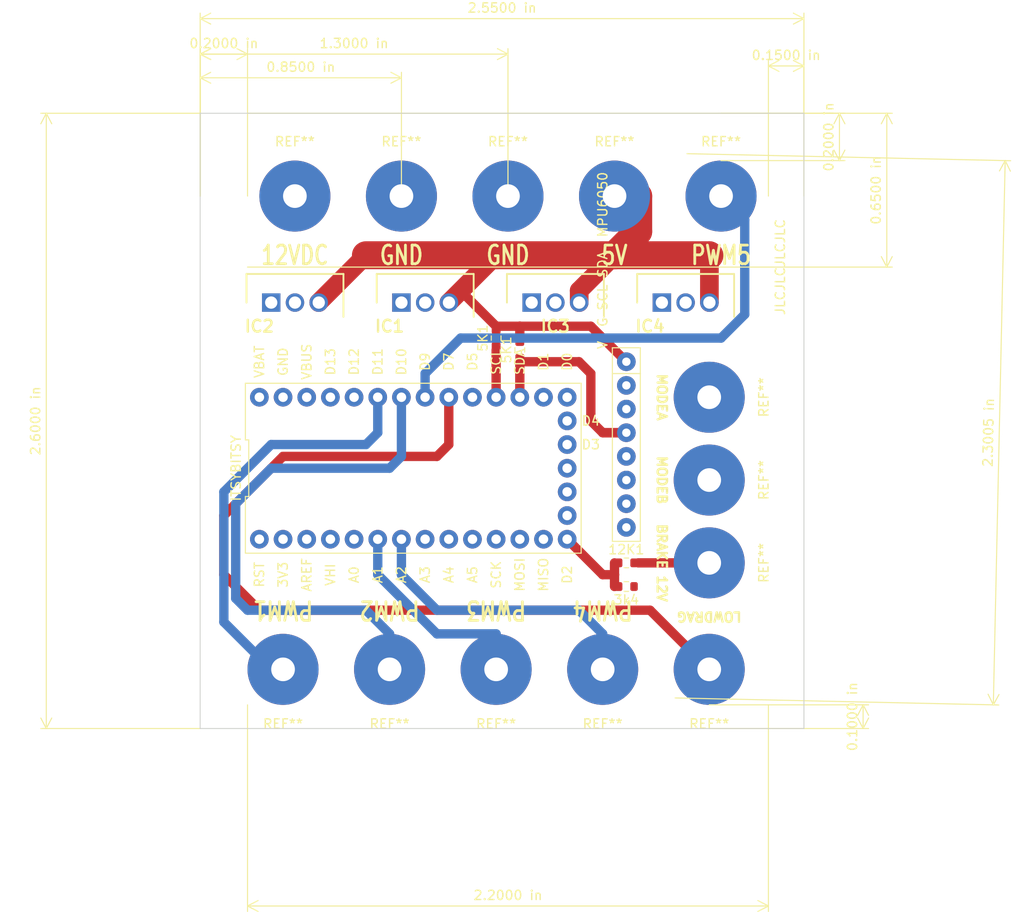
<source format=kicad_pcb>
(kicad_pcb (version 20171130) (host pcbnew "(5.1.10)-1")

  (general
    (thickness 1.6)
    (drawings 29)
    (tracks 150)
    (zones 0)
    (modules 23)
    (nets 13)
  )

  (page A4)
  (layers
    (0 F.Cu signal)
    (1 In1.Cu signal)
    (2 In2.Cu signal)
    (31 B.Cu signal)
    (32 B.Adhes user)
    (33 F.Adhes user)
    (34 B.Paste user)
    (35 F.Paste user)
    (36 B.SilkS user)
    (37 F.SilkS user)
    (38 B.Mask user)
    (39 F.Mask user)
    (40 Dwgs.User user)
    (41 Cmts.User user)
    (42 Eco1.User user)
    (43 Eco2.User user)
    (44 Edge.Cuts user)
    (45 Margin user)
    (46 B.CrtYd user)
    (47 F.CrtYd user)
    (48 B.Fab user)
    (49 F.Fab user)
  )

  (setup
    (last_trace_width 2)
    (user_trace_width 1)
    (user_trace_width 2)
    (user_trace_width 3)
    (user_trace_width 4)
    (trace_clearance 0.2)
    (zone_clearance 0.508)
    (zone_45_only no)
    (trace_min 1)
    (via_size 0.8)
    (via_drill 0.4)
    (via_min_size 0.4)
    (via_min_drill 0.3)
    (uvia_size 0.3)
    (uvia_drill 0.1)
    (uvias_allowed no)
    (uvia_min_size 0.2)
    (uvia_min_drill 0.1)
    (edge_width 0.05)
    (segment_width 0.2)
    (pcb_text_width 0.3)
    (pcb_text_size 1.5 1.5)
    (mod_edge_width 0.12)
    (mod_text_size 1 1)
    (mod_text_width 0.15)
    (pad_size 1.524 1.524)
    (pad_drill 0.762)
    (pad_to_mask_clearance 0)
    (aux_axis_origin 0 0)
    (grid_origin 12.7 12.7)
    (visible_elements 7FFFFFFF)
    (pcbplotparams
      (layerselection 0x010fc_ffffffff)
      (usegerberextensions true)
      (usegerberattributes false)
      (usegerberadvancedattributes false)
      (creategerberjobfile true)
      (excludeedgelayer true)
      (linewidth 0.100000)
      (plotframeref false)
      (viasonmask false)
      (mode 1)
      (useauxorigin false)
      (hpglpennumber 1)
      (hpglpenspeed 20)
      (hpglpendiameter 15.000000)
      (psnegative false)
      (psa4output false)
      (plotreference true)
      (plotvalue true)
      (plotinvisibletext false)
      (padsonsilk false)
      (subtractmaskfromsilk true)
      (outputformat 1)
      (mirror false)
      (drillshape 0)
      (scaleselection 1)
      (outputdirectory "MainBoardExportV1/"))
  )

  (net 0 "")
  (net 1 "Net-(IC2-Pad3)")
  (net 2 "Net-(IC3-Pad3)")
  (net 3 "Net-(IC1-Pad3)")
  (net 4 "Net-(IC1-Pad2)")
  (net 5 "Net-(IC1-Pad1)")
  (net 6 "Net-(IC2-Pad2)")
  (net 7 "Net-(IC2-Pad1)")
  (net 8 "Net-(IC3-Pad2)")
  (net 9 "Net-(IC3-Pad1)")
  (net 10 "Net-(IC4-Pad3)")
  (net 11 "Net-(IC4-Pad2)")
  (net 12 "Net-(IC4-Pad1)")

  (net_class Default "This is the default net class."
    (clearance 0.2)
    (trace_width 1)
    (via_dia 0.8)
    (via_drill 0.4)
    (uvia_dia 0.3)
    (uvia_drill 0.1)
    (diff_pair_width 1)
    (diff_pair_gap 0.25)
    (add_net "Net-(IC1-Pad1)")
    (add_net "Net-(IC1-Pad2)")
    (add_net "Net-(IC1-Pad3)")
    (add_net "Net-(IC2-Pad1)")
    (add_net "Net-(IC2-Pad2)")
    (add_net "Net-(IC2-Pad3)")
    (add_net "Net-(IC3-Pad1)")
    (add_net "Net-(IC3-Pad2)")
    (add_net "Net-(IC3-Pad3)")
    (add_net "Net-(IC4-Pad1)")
    (add_net "Net-(IC4-Pad2)")
    (add_net "Net-(IC4-Pad3)")
  )

  (module MainBoardLibrary:MPU6050_RA (layer F.Cu) (tedit 620FED99) (tstamp 62101163)
    (at 58.42 48.26)
    (fp_text reference "V  G SCL SDA  MPU6050" (at -2.54 -10.16 -90) (layer F.SilkS)
      (effects (font (size 1 1) (thickness 0.15)) (justify left))
    )
    (fp_text value MPU6050Angle (at 2.5 0 270) (layer F.Fab)
      (effects (font (size 1 1) (thickness 0.15)))
    )
    (fp_line (start 1.5 -10.39) (end 1.5 10.39) (layer F.SilkS) (width 0.12))
    (fp_line (start 1.5 10.39) (end -1.5 10.39) (layer F.SilkS) (width 0.12))
    (fp_line (start -1.5 10.39) (end -1.5 -10.39) (layer F.SilkS) (width 0.12))
    (fp_line (start -1.5 -10.39) (end 1.5 -10.39) (layer F.SilkS) (width 0.12))
    (fp_line (start 1.5 -7.62) (end -1.5 -7.62) (layer F.SilkS) (width 0.12))
    (fp_line (start 1.25 -10.14) (end 1.25 10.14) (layer F.CrtYd) (width 0.05))
    (fp_line (start 1.25 10.14) (end -1.25 10.14) (layer F.CrtYd) (width 0.05))
    (fp_line (start -1.25 10.14) (end -1.25 -10.14) (layer F.CrtYd) (width 0.05))
    (fp_line (start -1.25 -10.14) (end 1.25 -10.14) (layer F.CrtYd) (width 0.05))
    (pad INT thru_hole circle (at 0 8.89 270) (size 2 2) (drill 0.9) (layers *.Cu *.Mask))
    (pad AD0 thru_hole circle (at 0 6.35 270) (size 2 2) (drill 0.9) (layers *.Cu *.Mask))
    (pad XCL thru_hole circle (at 0 3.81 270) (size 2 2) (drill 0.9) (layers *.Cu *.Mask))
    (pad XDA thru_hole circle (at 0 1.27 270) (size 2 2) (drill 0.9) (layers *.Cu *.Mask))
    (pad SDA thru_hole circle (at 0 -1.27 270) (size 2 2) (drill 0.9) (layers *.Cu *.Mask))
    (pad SCL thru_hole circle (at 0 -3.81 270) (size 2 2) (drill 0.9) (layers *.Cu *.Mask))
    (pad GND thru_hole circle (at 0 -6.35 270) (size 2 2) (drill 0.9) (layers *.Cu *.Mask))
    (pad VCC thru_hole circle (at 0 -8.89 270) (size 2 2) (drill 0.9) (layers *.Cu *.Mask))
  )

  (module Resistor_SMD:R_0603_1608Metric (layer F.Cu) (tedit 5F68FEEE) (tstamp 620FD926)
    (at 58.42 63.5 180)
    (descr "Resistor SMD 0603 (1608 Metric), square (rectangular) end terminal, IPC_7351 nominal, (Body size source: IPC-SM-782 page 72, https://www.pcb-3d.com/wordpress/wp-content/uploads/ipc-sm-782a_amendment_1_and_2.pdf), generated with kicad-footprint-generator")
    (tags resistor)
    (attr smd)
    (fp_text reference 3k4 (at 0 -1.43) (layer F.SilkS)
      (effects (font (size 1 1) (thickness 0.15)))
    )
    (fp_text value C2297 (at -2.54 -1.27 270 unlocked) (layer F.Fab)
      (effects (font (size 1 1) (thickness 0.15)))
    )
    (fp_text user R4 (at 0 0) (layer F.Fab)
      (effects (font (size 0.4 0.4) (thickness 0.06)))
    )
    (fp_line (start -0.8 0.4125) (end -0.8 -0.4125) (layer F.Fab) (width 0.1))
    (fp_line (start -0.8 -0.4125) (end 0.8 -0.4125) (layer F.Fab) (width 0.1))
    (fp_line (start 0.8 -0.4125) (end 0.8 0.4125) (layer F.Fab) (width 0.1))
    (fp_line (start 0.8 0.4125) (end -0.8 0.4125) (layer F.Fab) (width 0.1))
    (fp_line (start -0.237258 -0.5225) (end 0.237258 -0.5225) (layer F.SilkS) (width 0.12))
    (fp_line (start -0.237258 0.5225) (end 0.237258 0.5225) (layer F.SilkS) (width 0.12))
    (fp_line (start -1.48 0.73) (end -1.48 -0.73) (layer F.CrtYd) (width 0.05))
    (fp_line (start -1.48 -0.73) (end 1.48 -0.73) (layer F.CrtYd) (width 0.05))
    (fp_line (start 1.48 -0.73) (end 1.48 0.73) (layer F.CrtYd) (width 0.05))
    (fp_line (start 1.48 0.73) (end -1.48 0.73) (layer F.CrtYd) (width 0.05))
    (pad 2 smd roundrect (at 0.825 0 180) (size 0.8 0.95) (layers F.Cu F.Paste F.Mask) (roundrect_rratio 0.25))
    (pad 1 smd roundrect (at -0.825 0 180) (size 0.8 0.95) (layers F.Cu F.Paste F.Mask) (roundrect_rratio 0.25))
    (model ${KISYS3DMOD}/Resistor_SMD.3dshapes/R_0603_1608Metric.wrl
      (at (xyz 0 0 0))
      (scale (xyz 1 1 1))
      (rotate (xyz 0 0 0))
    )
  )

  (module Resistor_SMD:R_0603_1608Metric (layer F.Cu) (tedit 5F68FEEE) (tstamp 620FD8B5)
    (at 58.42 60.96)
    (descr "Resistor SMD 0603 (1608 Metric), square (rectangular) end terminal, IPC_7351 nominal, (Body size source: IPC-SM-782 page 72, https://www.pcb-3d.com/wordpress/wp-content/uploads/ipc-sm-782a_amendment_1_and_2.pdf), generated with kicad-footprint-generator")
    (tags resistor)
    (attr smd)
    (fp_text reference 12K1 (at 0 -1.43) (layer F.SilkS)
      (effects (font (size 1 1) (thickness 0.15)))
    )
    (fp_text value C22864 (at -2.54 -1.27 90) (layer F.Fab)
      (effects (font (size 1 1) (thickness 0.15)))
    )
    (fp_text user R3 (at 0 0) (layer F.Fab)
      (effects (font (size 0.4 0.4) (thickness 0.06)))
    )
    (fp_line (start -0.8 0.4125) (end -0.8 -0.4125) (layer F.Fab) (width 0.1))
    (fp_line (start -0.8 -0.4125) (end 0.8 -0.4125) (layer F.Fab) (width 0.1))
    (fp_line (start 0.8 -0.4125) (end 0.8 0.4125) (layer F.Fab) (width 0.1))
    (fp_line (start 0.8 0.4125) (end -0.8 0.4125) (layer F.Fab) (width 0.1))
    (fp_line (start -0.237258 -0.5225) (end 0.237258 -0.5225) (layer F.SilkS) (width 0.12))
    (fp_line (start -0.237258 0.5225) (end 0.237258 0.5225) (layer F.SilkS) (width 0.12))
    (fp_line (start -1.48 0.73) (end -1.48 -0.73) (layer F.CrtYd) (width 0.05))
    (fp_line (start -1.48 -0.73) (end 1.48 -0.73) (layer F.CrtYd) (width 0.05))
    (fp_line (start 1.48 -0.73) (end 1.48 0.73) (layer F.CrtYd) (width 0.05))
    (fp_line (start 1.48 0.73) (end -1.48 0.73) (layer F.CrtYd) (width 0.05))
    (pad 2 smd roundrect (at 0.825 0) (size 0.8 0.95) (layers F.Cu F.Paste F.Mask) (roundrect_rratio 0.25))
    (pad 1 smd roundrect (at -0.825 0) (size 0.8 0.95) (layers F.Cu F.Paste F.Mask) (roundrect_rratio 0.25))
    (model ${KISYS3DMOD}/Resistor_SMD.3dshapes/R_0603_1608Metric.wrl
      (at (xyz 0 0 0))
      (scale (xyz 1 1 1))
      (rotate (xyz 0 0 0))
    )
  )

  (module MainBoardLibrary:RingScrew (layer F.Cu) (tedit 620D8423) (tstamp 620DDF9E)
    (at 73.66 43.18 270)
    (fp_text reference REF** (at 0 0.5 90) (layer F.SilkS)
      (effects (font (size 1 1) (thickness 0.15)))
    )
    (fp_text value RingScrew (at 0 -0.5 90) (layer F.Fab)
      (effects (font (size 1 1) (thickness 0.15)))
    )
    (pad 1 thru_hole circle (at 0 6.35 270) (size 7.62 7.62) (drill 2.54) (layers *.Cu *.Mask))
  )

  (module SamacSys_Parts:TO255P460X1020X2008-3P (layer F.Cu) (tedit 620D8592) (tstamp 620DBA27)
    (at 48.26 33.02)
    (descr "3-Pin TO-220(-1")
    (tags "Integrated Circuit")
    (path /620E82E7)
    (fp_text reference IC3 (at 2.54 2.54) (layer F.SilkS)
      (effects (font (size 1.27 1.27) (thickness 0.254)))
    )
    (fp_text value L7805ACV (at 2.54 -2.54) (layer F.SilkS) hide
      (effects (font (size 1.27 1.27) (thickness 0.254)))
    )
    (fp_text user %R (at 6.35 2.54) (layer F.Fab)
      (effects (font (size 1.27 1.27) (thickness 0.254)))
    )
    (fp_line (start -2.65 -3.07) (end -2.65 0) (layer F.SilkS) (width 0.2))
    (fp_line (start 7.75 -3.07) (end -2.65 -3.07) (layer F.SilkS) (width 0.2))
    (fp_line (start 7.75 1.53) (end 7.75 -3.07) (layer F.SilkS) (width 0.2))
    (fp_line (start -2.65 -1.795) (end -1.375 -3.07) (layer F.Fab) (width 0.1))
    (fp_line (start -2.65 1.53) (end -2.65 -3.07) (layer F.Fab) (width 0.1))
    (fp_line (start 7.75 1.53) (end -2.65 1.53) (layer F.Fab) (width 0.1))
    (fp_line (start 7.75 -3.07) (end 7.75 1.53) (layer F.Fab) (width 0.1))
    (fp_line (start -2.65 -3.07) (end 7.75 -3.07) (layer F.Fab) (width 0.1))
    (fp_line (start -2.9 1.78) (end -2.9 -3.32) (layer F.CrtYd) (width 0.05))
    (fp_line (start 8 1.78) (end -2.9 1.78) (layer F.CrtYd) (width 0.05))
    (fp_line (start 8 -3.32) (end 8 1.78) (layer F.CrtYd) (width 0.05))
    (fp_line (start -2.9 -3.32) (end 8 -3.32) (layer F.CrtYd) (width 0.05))
    (pad 3 thru_hole circle (at 5.1 0) (size 1.98 1.98) (drill 1.32) (layers *.Cu *.Mask)
      (net 2 "Net-(IC3-Pad3)"))
    (pad 2 thru_hole circle (at 2.55 0) (size 1.98 1.98) (drill 1.32) (layers *.Cu *.Mask)
      (net 8 "Net-(IC3-Pad2)"))
    (pad 1 thru_hole rect (at 0 0) (size 1.98 1.98) (drill 1.32) (layers *.Cu *.Mask)
      (net 9 "Net-(IC3-Pad1)"))
    (model C:\Users\K2\Documents\College\Semester8\ECEN4024\SpoilerAlert\KiCad\MainBoard\SamacSys_Parts.3dshapes\L78S05CV.stp
      (at (xyz 0 0 0))
      (scale (xyz 1 1 1))
      (rotate (xyz 0 0 0))
    )
  )

  (module SamacSys_Parts:TO255P460X1020X2008-3P (layer F.Cu) (tedit 620D8592) (tstamp 620DBA13)
    (at 20.32 33.02)
    (descr "3-Pin TO-220(-1")
    (tags "Integrated Circuit")
    (path /620E73D4)
    (fp_text reference IC2 (at -1.27 2.54) (layer F.SilkS)
      (effects (font (size 1.27 1.27) (thickness 0.254)))
    )
    (fp_text value L7805ACV (at 2.54 -2.54) (layer F.SilkS) hide
      (effects (font (size 1.27 1.27) (thickness 0.254)))
    )
    (fp_text user %R (at 2.54 2.54) (layer F.Fab)
      (effects (font (size 1.27 1.27) (thickness 0.254)))
    )
    (fp_line (start -2.65 -3.07) (end -2.65 0) (layer F.SilkS) (width 0.2))
    (fp_line (start 7.75 -3.07) (end -2.65 -3.07) (layer F.SilkS) (width 0.2))
    (fp_line (start 7.75 1.53) (end 7.75 -3.07) (layer F.SilkS) (width 0.2))
    (fp_line (start -2.65 -1.795) (end -1.375 -3.07) (layer F.Fab) (width 0.1))
    (fp_line (start -2.65 1.53) (end -2.65 -3.07) (layer F.Fab) (width 0.1))
    (fp_line (start 7.75 1.53) (end -2.65 1.53) (layer F.Fab) (width 0.1))
    (fp_line (start 7.75 -3.07) (end 7.75 1.53) (layer F.Fab) (width 0.1))
    (fp_line (start -2.65 -3.07) (end 7.75 -3.07) (layer F.Fab) (width 0.1))
    (fp_line (start -2.9 1.78) (end -2.9 -3.32) (layer F.CrtYd) (width 0.05))
    (fp_line (start 8 1.78) (end -2.9 1.78) (layer F.CrtYd) (width 0.05))
    (fp_line (start 8 -3.32) (end 8 1.78) (layer F.CrtYd) (width 0.05))
    (fp_line (start -2.9 -3.32) (end 8 -3.32) (layer F.CrtYd) (width 0.05))
    (pad 3 thru_hole circle (at 5.1 0) (size 1.98 1.98) (drill 1.32) (layers *.Cu *.Mask)
      (net 1 "Net-(IC2-Pad3)"))
    (pad 2 thru_hole circle (at 2.55 0) (size 1.98 1.98) (drill 1.32) (layers *.Cu *.Mask)
      (net 6 "Net-(IC2-Pad2)"))
    (pad 1 thru_hole rect (at 0 0) (size 1.98 1.98) (drill 1.32) (layers *.Cu *.Mask)
      (net 7 "Net-(IC2-Pad1)"))
    (model C:\Users\K2\Documents\College\Semester8\ECEN4024\SpoilerAlert\KiCad\MainBoard\SamacSys_Parts.3dshapes\L78S05CV.stp
      (at (xyz 0 0 0))
      (scale (xyz 1 1 1))
      (rotate (xyz 0 0 0))
    )
  )

  (module MainBoardLibrary:RingScrew (layer F.Cu) (tedit 620D8423) (tstamp 620DD98E)
    (at 73.66 52.07 270)
    (fp_text reference REF** (at 0 0.5 90) (layer F.SilkS)
      (effects (font (size 1 1) (thickness 0.15)))
    )
    (fp_text value RingScrew (at 0 -0.5 90) (layer F.Fab)
      (effects (font (size 1 1) (thickness 0.15)))
    )
    (pad 1 thru_hole circle (at 0 6.35 270) (size 7.62 7.62) (drill 2.54) (layers *.Cu *.Mask))
  )

  (module MainBoardLibrary:RingScrew (layer F.Cu) (tedit 620D8423) (tstamp 620DD941)
    (at 73.66 60.96 270)
    (fp_text reference REF** (at 0 0.5 90) (layer F.SilkS)
      (effects (font (size 1 1) (thickness 0.15)))
    )
    (fp_text value RingScrew (at 0 -0.5 90) (layer F.Fab)
      (effects (font (size 1 1) (thickness 0.15)))
    )
    (pad 1 thru_hole circle (at 0 6.35 270) (size 7.62 7.62) (drill 2.54) (layers *.Cu *.Mask))
  )

  (module MainBoardLibrary:RingScrew (layer F.Cu) (tedit 620D8423) (tstamp 620DD941)
    (at 67.31 78.74 180)
    (fp_text reference REF** (at 0 0.5) (layer F.SilkS)
      (effects (font (size 1 1) (thickness 0.15)))
    )
    (fp_text value RingScrew (at 0 -0.5) (layer F.Fab)
      (effects (font (size 1 1) (thickness 0.15)))
    )
    (pad 1 thru_hole circle (at 0 6.35 180) (size 7.62 7.62) (drill 2.54) (layers *.Cu *.Mask))
  )

  (module MainBoardLibrary:RingScrew (layer F.Cu) (tedit 620D8423) (tstamp 620DD941)
    (at 55.88 78.74 180)
    (fp_text reference REF** (at 0 0.5) (layer F.SilkS)
      (effects (font (size 1 1) (thickness 0.15)))
    )
    (fp_text value RingScrew (at 0 -0.5) (layer F.Fab)
      (effects (font (size 1 1) (thickness 0.15)))
    )
    (pad 1 thru_hole circle (at 0 6.35 180) (size 7.62 7.62) (drill 2.54) (layers *.Cu *.Mask))
  )

  (module MainBoardLibrary:RingScrew (layer F.Cu) (tedit 620D8423) (tstamp 620DD941)
    (at 44.45 78.74 180)
    (fp_text reference REF** (at 0 0.5) (layer F.SilkS)
      (effects (font (size 1 1) (thickness 0.15)))
    )
    (fp_text value RingScrew (at 0 -0.5) (layer F.Fab)
      (effects (font (size 1 1) (thickness 0.15)))
    )
    (pad 1 thru_hole circle (at 0 6.35 180) (size 7.62 7.62) (drill 2.54) (layers *.Cu *.Mask))
  )

  (module MainBoardLibrary:RingScrew (layer F.Cu) (tedit 620D8423) (tstamp 620DD941)
    (at 33.02 78.74 180)
    (fp_text reference REF** (at 0 0.5) (layer F.SilkS)
      (effects (font (size 1 1) (thickness 0.15)))
    )
    (fp_text value RingScrew (at 0 -0.5) (layer F.Fab)
      (effects (font (size 1 1) (thickness 0.15)))
    )
    (pad 1 thru_hole circle (at 0 6.35 180) (size 7.62 7.62) (drill 2.54) (layers *.Cu *.Mask))
  )

  (module MainBoardLibrary:RingScrew (layer F.Cu) (tedit 620D8423) (tstamp 620DD914)
    (at 21.59 78.74 180)
    (fp_text reference REF** (at 0 0.5) (layer F.SilkS)
      (effects (font (size 1 1) (thickness 0.15)))
    )
    (fp_text value RingScrew (at 0 -0.5) (layer F.Fab)
      (effects (font (size 1 1) (thickness 0.15)))
    )
    (pad 1 thru_hole circle (at 0 6.35 180) (size 7.62 7.62) (drill 2.54) (layers *.Cu *.Mask))
  )

  (module MainBoardLibrary:RingScrew (layer F.Cu) (tedit 620D8423) (tstamp 620DD914)
    (at 68.58 15.24)
    (fp_text reference REF** (at 0 0.5) (layer F.SilkS)
      (effects (font (size 1 1) (thickness 0.15)))
    )
    (fp_text value RingScrew (at 0 -0.5) (layer F.Fab)
      (effects (font (size 1 1) (thickness 0.15)))
    )
    (pad 1 thru_hole circle (at 0 6.35) (size 7.62 7.62) (drill 2.54) (layers *.Cu *.Mask))
  )

  (module MainBoardLibrary:RingScrew (layer F.Cu) (tedit 620D8423) (tstamp 620DD742)
    (at 57.15 15.24)
    (fp_text reference REF** (at 0 0.5) (layer F.SilkS)
      (effects (font (size 1 1) (thickness 0.15)))
    )
    (fp_text value RingScrew (at 0 -0.5) (layer F.Fab)
      (effects (font (size 1 1) (thickness 0.15)))
    )
    (pad 1 thru_hole circle (at 0 6.35) (size 7.62 7.62) (drill 2.54) (layers *.Cu *.Mask))
  )

  (module MainBoardLibrary:RingScrew (layer F.Cu) (tedit 620D8423) (tstamp 620DD742)
    (at 45.72 15.24)
    (fp_text reference REF** (at 0 0.5) (layer F.SilkS)
      (effects (font (size 1 1) (thickness 0.15)))
    )
    (fp_text value RingScrew (at 0 -0.5) (layer F.Fab)
      (effects (font (size 1 1) (thickness 0.15)))
    )
    (pad 1 thru_hole circle (at 0 6.35) (size 7.62 7.62) (drill 2.54) (layers *.Cu *.Mask))
  )

  (module MainBoardLibrary:RingScrew (layer F.Cu) (tedit 620D8423) (tstamp 620DD742)
    (at 34.29 15.24)
    (fp_text reference REF** (at 0 0.5) (layer F.SilkS)
      (effects (font (size 1 1) (thickness 0.15)))
    )
    (fp_text value RingScrew (at 0 -0.5) (layer F.Fab)
      (effects (font (size 1 1) (thickness 0.15)))
    )
    (pad 1 thru_hole circle (at 0 6.35) (size 7.62 7.62) (drill 2.54) (layers *.Cu *.Mask))
  )

  (module MainBoardLibrary:RingScrew (layer F.Cu) (tedit 620D8423) (tstamp 620DD722)
    (at 22.86 15.24)
    (fp_text reference REF** (at 0 0.5) (layer F.SilkS)
      (effects (font (size 1 1) (thickness 0.15)))
    )
    (fp_text value RingScrew (at 0 -0.5) (layer F.Fab)
      (effects (font (size 1 1) (thickness 0.15)))
    )
    (pad 1 thru_hole circle (at 0 6.35) (size 7.62 7.62) (drill 2.54) (layers *.Cu *.Mask))
  )

  (module MainBoardLibrary:Adafruit_ItsyBitsy_M0 (layer F.Cu) (tedit 620FED5C) (tstamp 620DD1D6)
    (at 36.83 50.8 90)
    (fp_text reference ITSYBITSY (at 0 -20.28 90) (layer F.SilkS)
      (effects (font (size 1 1) (thickness 0.15)))
    )
    (fp_text value Adafruit_ItsyBitsy_M0 (at 0 -1.27 180) (layer F.Fab)
      (effects (font (size 1 1) (thickness 0.15)))
    )
    (fp_text user RST (at -11.43 -17.78 90) (layer F.SilkS)
      (effects (font (size 1 1) (thickness 0.15)))
    )
    (fp_text user 3V3 (at -11.43 -15.24 90) (layer F.SilkS)
      (effects (font (size 1 1) (thickness 0.15)))
    )
    (fp_text user AREF (at -11.43 -12.7 90) (layer F.SilkS)
      (effects (font (size 1 1) (thickness 0.15)))
    )
    (fp_text user VHI (at -11.43 -10.16 90) (layer F.SilkS)
      (effects (font (size 1 1) (thickness 0.15)))
    )
    (fp_text user A0 (at -11.43 -7.62 90) (layer F.SilkS)
      (effects (font (size 1 1) (thickness 0.15)))
    )
    (fp_text user A1 (at -11.43 -5.08 90) (layer F.SilkS)
      (effects (font (size 1 1) (thickness 0.15)))
    )
    (fp_text user A2 (at -11.43 -2.54 90) (layer F.SilkS)
      (effects (font (size 1 1) (thickness 0.15)))
    )
    (fp_text user A3 (at -11.43 0 90) (layer F.SilkS)
      (effects (font (size 1 1) (thickness 0.15)))
    )
    (fp_text user A4 (at -11.43 2.54 90) (layer F.SilkS)
      (effects (font (size 1 1) (thickness 0.15)))
    )
    (fp_text user A5 (at -11.43 5.08 90) (layer F.SilkS)
      (effects (font (size 1 1) (thickness 0.15)))
    )
    (fp_text user SCK (at -11.43 7.62 90) (layer F.SilkS)
      (effects (font (size 1 1) (thickness 0.15)))
    )
    (fp_text user MOSI (at -11.43 10.16 90) (layer F.SilkS)
      (effects (font (size 1 1) (thickness 0.15)))
    )
    (fp_text user MISO (at -11.43 12.7 90) (layer F.SilkS)
      (effects (font (size 1 1) (thickness 0.15)))
    )
    (fp_text user D2 (at -11.43 15.24 90) (layer F.SilkS)
      (effects (font (size 1 1) (thickness 0.15)))
    )
    (fp_text user D3 (at 2.54 17.78 180) (layer F.SilkS)
      (effects (font (size 1 1) (thickness 0.15)))
    )
    (fp_text user D4 (at 5.08 17.78 180) (layer F.SilkS)
      (effects (font (size 1 1) (thickness 0.15)))
    )
    (fp_text user D0 (at 11.43 15.24 90) (layer F.SilkS)
      (effects (font (size 1 1) (thickness 0.15)))
    )
    (fp_text user D1 (at 11.43 12.7 90) (layer F.SilkS)
      (effects (font (size 1 1) (thickness 0.15)))
    )
    (fp_text user SDA (at 11.43 10.16 90) (layer F.SilkS)
      (effects (font (size 1 1) (thickness 0.15)))
    )
    (fp_text user SCL (at 11.43 7.62 90) (layer F.SilkS)
      (effects (font (size 1 1) (thickness 0.15)))
    )
    (fp_text user D5 (at 11.43 5.08 90) (layer F.SilkS)
      (effects (font (size 1 1) (thickness 0.15)))
    )
    (fp_text user D7 (at 11.43 2.54 90) (layer F.SilkS)
      (effects (font (size 1 1) (thickness 0.15)))
    )
    (fp_text user D9 (at 11.43 0 90) (layer F.SilkS)
      (effects (font (size 1 1) (thickness 0.15)))
    )
    (fp_text user D10 (at 11.43 -2.54 90) (layer F.SilkS)
      (effects (font (size 1 1) (thickness 0.15)))
    )
    (fp_text user D11 (at 11.43 -5.08 90) (layer F.SilkS)
      (effects (font (size 1 1) (thickness 0.15)))
    )
    (fp_text user D12 (at 11.43 -7.62 90) (layer F.SilkS)
      (effects (font (size 1 1) (thickness 0.15)))
    )
    (fp_text user D13 (at 11.43 -10.16 90) (layer F.SilkS)
      (effects (font (size 1 1) (thickness 0.15)))
    )
    (fp_text user VBUS (at 11.43 -12.7 90) (layer F.SilkS)
      (effects (font (size 1 1) (thickness 0.15)))
    )
    (fp_text user GND (at 11.43 -15.24 90) (layer F.SilkS)
      (effects (font (size 1 1) (thickness 0.15)))
    )
    (fp_text user VBAT (at 11.43 -17.78 90) (layer F.SilkS)
      (effects (font (size 1 1) (thickness 0.15)))
    )
    (fp_line (start -8.87 -19.03) (end 8.87 -19.03) (layer F.CrtYd) (width 0.05))
    (fp_line (start -8.87 16.49) (end -8.87 -19.03) (layer F.CrtYd) (width 0.05))
    (fp_line (start 8.87 16.49) (end -8.87 16.49) (layer F.CrtYd) (width 0.05))
    (fp_line (start 8.87 -19.03) (end 8.87 16.49) (layer F.CrtYd) (width 0.05))
    (fp_line (start -3.039999 -19.28) (end -9.119999 -19.28) (layer F.SilkS) (width 0.12))
    (fp_line (start -3.039999 -18.92) (end -3.039999 -19.28) (layer F.SilkS) (width 0.12))
    (fp_line (start 3.04 -18.92) (end -3.039999 -18.92) (layer F.SilkS) (width 0.12))
    (fp_line (start 3.04 -19.28) (end 3.04 -18.92) (layer F.SilkS) (width 0.12))
    (fp_line (start 9.12 -19.28) (end 3.04 -19.28) (layer F.SilkS) (width 0.12))
    (fp_line (start 9.119999 16.74) (end 9.12 -19.28) (layer F.SilkS) (width 0.12))
    (fp_line (start -9.12 16.74) (end 9.119999 16.74) (layer F.SilkS) (width 0.12))
    (fp_line (start -9.119999 -19.28) (end -9.12 16.74) (layer F.SilkS) (width 0.12))
    (pad EN thru_hole circle (at -5.08 15.24) (size 2 2) (drill 1.02) (layers *.Cu *.Mask))
    (pad SWDIO thru_hole circle (at -2.54 15.24) (size 2 2) (drill 1.02) (layers *.Cu *.Mask))
    (pad SWCLK thru_hole circle (at 0 15.24) (size 2 2) (drill 1.02) (layers *.Cu *.Mask))
    (pad D3 thru_hole circle (at 2.54 15.24) (size 2 2) (drill 1.02) (layers *.Cu *.Mask))
    (pad D4 thru_hole circle (at 5.08 15.24) (size 2 2) (drill 1.02) (layers *.Cu *.Mask))
    (pad D2 thru_hole circle (at -7.62 15.24) (size 2 2) (drill 1.02) (layers *.Cu *.Mask))
    (pad D0 thru_hole circle (at 7.62 15.24) (size 2 2) (drill 1.02) (layers *.Cu *.Mask))
    (pad MISO thru_hole circle (at -7.62 12.7) (size 2 2) (drill 1.02) (layers *.Cu *.Mask))
    (pad D1 thru_hole circle (at 7.62 12.7) (size 2 2) (drill 1.02) (layers *.Cu *.Mask))
    (pad MOSI thru_hole circle (at -7.62 10.16) (size 2 2) (drill 1.02) (layers *.Cu *.Mask))
    (pad SDA thru_hole circle (at 7.62 10.16) (size 2 2) (drill 1.02) (layers *.Cu *.Mask))
    (pad SCK thru_hole circle (at -7.62 7.62) (size 2 2) (drill 1.02) (layers *.Cu *.Mask))
    (pad SCL thru_hole circle (at 7.62 7.62) (size 2 2) (drill 1.02) (layers *.Cu *.Mask))
    (pad A5 thru_hole circle (at -7.62 5.08) (size 2 2) (drill 1.02) (layers *.Cu *.Mask))
    (pad D5 thru_hole circle (at 7.62 5.08) (size 2 2) (drill 1.02) (layers *.Cu *.Mask))
    (pad A4 thru_hole circle (at -7.62 2.54) (size 2 2) (drill 1.02) (layers *.Cu *.Mask))
    (pad D7 thru_hole circle (at 7.62 2.54) (size 2 2) (drill 1.02) (layers *.Cu *.Mask))
    (pad A3 thru_hole circle (at -7.62 0) (size 2 2) (drill 1.02) (layers *.Cu *.Mask))
    (pad D9 thru_hole circle (at 7.62 0) (size 2 2) (drill 1.02) (layers *.Cu *.Mask))
    (pad A2 thru_hole circle (at -7.62 -2.54) (size 2 2) (drill 1.02) (layers *.Cu *.Mask))
    (pad D10 thru_hole circle (at 7.62 -2.54) (size 2 2) (drill 1.02) (layers *.Cu *.Mask))
    (pad A1 thru_hole circle (at -7.62 -5.08) (size 2 2) (drill 1.02) (layers *.Cu *.Mask))
    (pad D11 thru_hole circle (at 7.62 -5.08) (size 2 2) (drill 1.02) (layers *.Cu *.Mask))
    (pad A0 thru_hole circle (at -7.62 -7.62) (size 2 2) (drill 1.02) (layers *.Cu *.Mask))
    (pad D12 thru_hole circle (at 7.62 -7.62) (size 2 2) (drill 1.02) (layers *.Cu *.Mask))
    (pad VHI thru_hole circle (at -7.62 -10.16) (size 2 2) (drill 1.02) (layers *.Cu *.Mask))
    (pad D13 thru_hole circle (at 7.62 -10.16) (size 2 2) (drill 1.02) (layers *.Cu *.Mask))
    (pad AREF thru_hole circle (at -7.62 -12.7) (size 2 2) (drill 1.02) (layers *.Cu *.Mask))
    (pad VBUS thru_hole circle (at 7.62 -12.7) (size 2 2) (drill 1.02) (layers *.Cu *.Mask))
    (pad 3V3 thru_hole circle (at -7.62 -15.24) (size 2 2) (drill 1.02) (layers *.Cu *.Mask))
    (pad GND thru_hole circle (at 7.62 -15.24) (size 2 2) (drill 1.02) (layers *.Cu *.Mask))
    (pad RST thru_hole circle (at -7.62 -17.78) (size 2 2) (drill 1.02) (layers *.Cu *.Mask))
    (pad VBAT thru_hole circle (at 7.62 -17.78) (size 2 2) (drill 1.02) (layers *.Cu *.Mask))
  )

  (module SamacSys_Parts:TO255P460X1020X2008-3P (layer F.Cu) (tedit 620D8592) (tstamp 620DBA3B)
    (at 62.23 33.02)
    (descr "3-Pin TO-220(-1")
    (tags "Integrated Circuit")
    (path /620E927B)
    (fp_text reference IC4 (at -1.27 2.54) (layer F.SilkS)
      (effects (font (size 1.27 1.27) (thickness 0.254)))
    )
    (fp_text value L7805ACV (at 2.54 -2.54) (layer F.SilkS) hide
      (effects (font (size 1.27 1.27) (thickness 0.254)))
    )
    (fp_text user %R (at 2.54 2.54) (layer F.Fab)
      (effects (font (size 1.27 1.27) (thickness 0.254)))
    )
    (fp_line (start -2.65 -3.07) (end -2.65 0) (layer F.SilkS) (width 0.2))
    (fp_line (start 7.75 -3.07) (end -2.65 -3.07) (layer F.SilkS) (width 0.2))
    (fp_line (start 7.75 1.53) (end 7.75 -3.07) (layer F.SilkS) (width 0.2))
    (fp_line (start -2.65 -1.795) (end -1.375 -3.07) (layer F.Fab) (width 0.1))
    (fp_line (start -2.65 1.53) (end -2.65 -3.07) (layer F.Fab) (width 0.1))
    (fp_line (start 7.75 1.53) (end -2.65 1.53) (layer F.Fab) (width 0.1))
    (fp_line (start 7.75 -3.07) (end 7.75 1.53) (layer F.Fab) (width 0.1))
    (fp_line (start -2.65 -3.07) (end 7.75 -3.07) (layer F.Fab) (width 0.1))
    (fp_line (start -2.9 1.78) (end -2.9 -3.32) (layer F.CrtYd) (width 0.05))
    (fp_line (start 8 1.78) (end -2.9 1.78) (layer F.CrtYd) (width 0.05))
    (fp_line (start 8 -3.32) (end 8 1.78) (layer F.CrtYd) (width 0.05))
    (fp_line (start -2.9 -3.32) (end 8 -3.32) (layer F.CrtYd) (width 0.05))
    (pad 3 thru_hole circle (at 5.1 0) (size 1.98 1.98) (drill 1.32) (layers *.Cu *.Mask)
      (net 10 "Net-(IC4-Pad3)"))
    (pad 2 thru_hole circle (at 2.55 0) (size 1.98 1.98) (drill 1.32) (layers *.Cu *.Mask)
      (net 11 "Net-(IC4-Pad2)"))
    (pad 1 thru_hole rect (at 0 0) (size 1.98 1.98) (drill 1.32) (layers *.Cu *.Mask)
      (net 12 "Net-(IC4-Pad1)"))
    (model C:\Users\K2\Documents\College\Semester8\ECEN4024\SpoilerAlert\KiCad\MainBoard\SamacSys_Parts.3dshapes\L78S05CV.stp
      (at (xyz 0 0 0))
      (scale (xyz 1 1 1))
      (rotate (xyz 0 0 0))
    )
  )

  (module SamacSys_Parts:TO255P460X1020X2008-3P (layer F.Cu) (tedit 620D8592) (tstamp 620DB9FF)
    (at 34.29 33.02)
    (descr "3-Pin TO-220(-1")
    (tags "Integrated Circuit")
    (path /620E17B0)
    (fp_text reference IC1 (at -1.27 2.54) (layer F.SilkS)
      (effects (font (size 1.27 1.27) (thickness 0.254)))
    )
    (fp_text value L7805ACV (at 2.54 -2.54) (layer F.SilkS) hide
      (effects (font (size 1.27 1.27) (thickness 0.254)))
    )
    (fp_text user %R (at 2.54 2.54) (layer F.Fab)
      (effects (font (size 1.27 1.27) (thickness 0.254)))
    )
    (fp_line (start -2.65 -3.07) (end -2.65 0) (layer F.SilkS) (width 0.2))
    (fp_line (start 7.75 -3.07) (end -2.65 -3.07) (layer F.SilkS) (width 0.2))
    (fp_line (start 7.75 1.53) (end 7.75 -3.07) (layer F.SilkS) (width 0.2))
    (fp_line (start -2.65 -1.795) (end -1.375 -3.07) (layer F.Fab) (width 0.1))
    (fp_line (start -2.65 1.53) (end -2.65 -3.07) (layer F.Fab) (width 0.1))
    (fp_line (start 7.75 1.53) (end -2.65 1.53) (layer F.Fab) (width 0.1))
    (fp_line (start 7.75 -3.07) (end 7.75 1.53) (layer F.Fab) (width 0.1))
    (fp_line (start -2.65 -3.07) (end 7.75 -3.07) (layer F.Fab) (width 0.1))
    (fp_line (start -2.9 1.78) (end -2.9 -3.32) (layer F.CrtYd) (width 0.05))
    (fp_line (start 8 1.78) (end -2.9 1.78) (layer F.CrtYd) (width 0.05))
    (fp_line (start 8 -3.32) (end 8 1.78) (layer F.CrtYd) (width 0.05))
    (fp_line (start -2.9 -3.32) (end 8 -3.32) (layer F.CrtYd) (width 0.05))
    (pad 3 thru_hole circle (at 5.1 0) (size 1.98 1.98) (drill 1.32) (layers *.Cu *.Mask)
      (net 3 "Net-(IC1-Pad3)"))
    (pad 2 thru_hole circle (at 2.55 0) (size 1.98 1.98) (drill 1.32) (layers *.Cu *.Mask)
      (net 4 "Net-(IC1-Pad2)"))
    (pad 1 thru_hole rect (at 0 0) (size 1.98 1.98) (drill 1.32) (layers *.Cu *.Mask)
      (net 5 "Net-(IC1-Pad1)"))
    (model C:\Users\K2\Documents\College\Semester8\ECEN4024\SpoilerAlert\KiCad\MainBoard\SamacSys_Parts.3dshapes\L78S05CV.stp
      (at (xyz 0 0 0))
      (scale (xyz 1 1 1))
      (rotate (xyz 0 0 0))
    )
  )

  (module Resistor_SMD:R_0603_1608Metric (layer F.Cu) (tedit 5F68FEEE) (tstamp 620FDAFE)
    (at 44.45 36.83 90)
    (descr "Resistor SMD 0603 (1608 Metric), square (rectangular) end terminal, IPC_7351 nominal, (Body size source: IPC-SM-782 page 72, https://www.pcb-3d.com/wordpress/wp-content/uploads/ipc-sm-782a_amendment_1_and_2.pdf), generated with kicad-footprint-generator")
    (tags resistor)
    (attr smd)
    (fp_text reference 5K1 (at 0 -1.43 90) (layer F.SilkS)
      (effects (font (size 1 1) (thickness 0.15)))
    )
    (fp_text value C26000 (at 0 1.43 90) (layer F.Fab)
      (effects (font (size 1 1) (thickness 0.15)))
    )
    (fp_text user R1 (at 0 0 90) (layer F.Fab)
      (effects (font (size 0.4 0.4) (thickness 0.06)))
    )
    (fp_line (start -0.8 0.4125) (end -0.8 -0.4125) (layer F.Fab) (width 0.1))
    (fp_line (start -0.8 -0.4125) (end 0.8 -0.4125) (layer F.Fab) (width 0.1))
    (fp_line (start 0.8 -0.4125) (end 0.8 0.4125) (layer F.Fab) (width 0.1))
    (fp_line (start 0.8 0.4125) (end -0.8 0.4125) (layer F.Fab) (width 0.1))
    (fp_line (start -0.237258 -0.5225) (end 0.237258 -0.5225) (layer F.SilkS) (width 0.12))
    (fp_line (start -0.237258 0.5225) (end 0.237258 0.5225) (layer F.SilkS) (width 0.12))
    (fp_line (start -1.48 0.73) (end -1.48 -0.73) (layer F.CrtYd) (width 0.05))
    (fp_line (start -1.48 -0.73) (end 1.48 -0.73) (layer F.CrtYd) (width 0.05))
    (fp_line (start 1.48 -0.73) (end 1.48 0.73) (layer F.CrtYd) (width 0.05))
    (fp_line (start 1.48 0.73) (end -1.48 0.73) (layer F.CrtYd) (width 0.05))
    (pad 2 smd roundrect (at 0.825 0 90) (size 0.8 0.95) (layers F.Cu F.Paste F.Mask) (roundrect_rratio 0.25))
    (pad 1 smd roundrect (at -0.825 0 90) (size 0.8 0.95) (layers F.Cu F.Paste F.Mask) (roundrect_rratio 0.25))
    (model ${KISYS3DMOD}/Resistor_SMD.3dshapes/R_0603_1608Metric.wrl
      (at (xyz 0 0 0))
      (scale (xyz 1 1 1))
      (rotate (xyz 0 0 0))
    )
  )

  (module Resistor_SMD:R_0603_1608Metric (layer F.Cu) (tedit 5F68FEEE) (tstamp 620FDFAF)
    (at 46.99 38.1 90)
    (descr "Resistor SMD 0603 (1608 Metric), square (rectangular) end terminal, IPC_7351 nominal, (Body size source: IPC-SM-782 page 72, https://www.pcb-3d.com/wordpress/wp-content/uploads/ipc-sm-782a_amendment_1_and_2.pdf), generated with kicad-footprint-generator")
    (tags resistor)
    (attr smd)
    (fp_text reference 5K1 (at 0 -1.43 90) (layer F.SilkS)
      (effects (font (size 1 1) (thickness 0.15)))
    )
    (fp_text value C26000 (at 0 1.43 90) (layer F.Fab)
      (effects (font (size 1 1) (thickness 0.15)))
    )
    (fp_text user R2 (at 0 0 90) (layer F.Fab)
      (effects (font (size 0.4 0.4) (thickness 0.06)))
    )
    (fp_line (start -0.8 0.4125) (end -0.8 -0.4125) (layer F.Fab) (width 0.1))
    (fp_line (start -0.8 -0.4125) (end 0.8 -0.4125) (layer F.Fab) (width 0.1))
    (fp_line (start 0.8 -0.4125) (end 0.8 0.4125) (layer F.Fab) (width 0.1))
    (fp_line (start 0.8 0.4125) (end -0.8 0.4125) (layer F.Fab) (width 0.1))
    (fp_line (start -0.237258 -0.5225) (end 0.237258 -0.5225) (layer F.SilkS) (width 0.12))
    (fp_line (start -0.237258 0.5225) (end 0.237258 0.5225) (layer F.SilkS) (width 0.12))
    (fp_line (start -1.48 0.73) (end -1.48 -0.73) (layer F.CrtYd) (width 0.05))
    (fp_line (start -1.48 -0.73) (end 1.48 -0.73) (layer F.CrtYd) (width 0.05))
    (fp_line (start 1.48 -0.73) (end 1.48 0.73) (layer F.CrtYd) (width 0.05))
    (fp_line (start 1.48 0.73) (end -1.48 0.73) (layer F.CrtYd) (width 0.05))
    (pad 2 smd roundrect (at 0.825 0 90) (size 0.8 0.95) (layers F.Cu F.Paste F.Mask) (roundrect_rratio 0.25))
    (pad 1 smd roundrect (at -0.825 0 90) (size 0.8 0.95) (layers F.Cu F.Paste F.Mask) (roundrect_rratio 0.25))
    (model ${KISYS3DMOD}/Resistor_SMD.3dshapes/R_0603_1608Metric.wrl
      (at (xyz 0 0 0))
      (scale (xyz 1 1 1))
      (rotate (xyz 0 0 0))
    )
  )

  (dimension 58.433803 (width 0.12) (layer F.SilkS)
    (gr_text "2.3005 in" (at 99.6947 47.017602 88.75463573) (layer F.SilkS) (tstamp 6212B85D)
      (effects (font (size 1 1) (thickness 0.15)))
    )
    (feature1 (pts (xy 63.654176 75.457917) (xy 98.376282 76.212745)))
    (feature2 (pts (xy 64.924176 17.037917) (xy 99.646282 17.792745)))
    (crossbar (pts (xy 99.06 17.78) (xy 97.79 76.2)))
    (arrow1a (pts (xy 97.79 76.2) (xy 97.228201 75.061017)))
    (arrow1b (pts (xy 97.79 76.2) (xy 98.400766 75.086508)))
    (arrow2a (pts (xy 99.06 17.78) (xy 98.449234 18.893492)))
    (arrow2b (pts (xy 99.06 17.78) (xy 99.621799 18.918983)))
  )
  (dimension 33.02 (width 0.12) (layer F.SilkS)
    (gr_text "1.3000 in" (at 29.21 5.08) (layer F.SilkS)
      (effects (font (size 1 1) (thickness 0.15)))
    )
    (feature1 (pts (xy 12.7 21.59) (xy 12.7 5.763579)))
    (feature2 (pts (xy 45.72 21.59) (xy 45.72 5.763579)))
    (crossbar (pts (xy 45.72 6.35) (xy 12.7 6.35)))
    (arrow1a (pts (xy 12.7 6.35) (xy 13.826504 5.763579)))
    (arrow1b (pts (xy 12.7 6.35) (xy 13.826504 6.936421)))
    (arrow2a (pts (xy 45.72 6.35) (xy 44.593496 5.763579)))
    (arrow2b (pts (xy 45.72 6.35) (xy 44.593496 6.936421)))
  )
  (dimension 21.59 (width 0.12) (layer F.SilkS)
    (gr_text "0.8500 in" (at 23.495 7.62) (layer F.SilkS)
      (effects (font (size 1 1) (thickness 0.15)))
    )
    (feature1 (pts (xy 12.7 21.59) (xy 12.7 8.303579)))
    (feature2 (pts (xy 34.29 21.59) (xy 34.29 8.303579)))
    (crossbar (pts (xy 34.29 8.89) (xy 12.7 8.89)))
    (arrow1a (pts (xy 12.7 8.89) (xy 13.826504 8.303579)))
    (arrow1b (pts (xy 12.7 8.89) (xy 13.826504 9.476421)))
    (arrow2a (pts (xy 34.29 8.89) (xy 33.163496 8.303579)))
    (arrow2b (pts (xy 34.29 8.89) (xy 33.163496 9.476421)))
  )
  (dimension 55.88 (width 0.12) (layer F.SilkS)
    (gr_text "2.2000 in" (at 45.72 99.06) (layer F.SilkS)
      (effects (font (size 1 1) (thickness 0.15)))
    )
    (feature1 (pts (xy 17.78 76.2) (xy 17.78 98.376421)))
    (feature2 (pts (xy 73.66 76.2) (xy 73.66 98.376421)))
    (crossbar (pts (xy 73.66 97.79) (xy 17.78 97.79)))
    (arrow1a (pts (xy 17.78 97.79) (xy 18.906504 97.203579)))
    (arrow1b (pts (xy 17.78 97.79) (xy 18.906504 98.376421)))
    (arrow2a (pts (xy 73.66 97.79) (xy 72.533496 97.203579)))
    (arrow2b (pts (xy 73.66 97.79) (xy 72.533496 98.376421)))
  )
  (dimension 5.08 (width 0.12) (layer F.SilkS)
    (gr_text "0.2000 in" (at 82.55 15.24 90) (layer F.SilkS)
      (effects (font (size 1 1) (thickness 0.15)))
    )
    (feature1 (pts (xy 68.58 12.7) (xy 81.866421 12.7)))
    (feature2 (pts (xy 68.58 17.78) (xy 81.866421 17.78)))
    (crossbar (pts (xy 81.28 17.78) (xy 81.28 12.7)))
    (arrow1a (pts (xy 81.28 12.7) (xy 81.866421 13.826504)))
    (arrow1b (pts (xy 81.28 12.7) (xy 80.693579 13.826504)))
    (arrow2a (pts (xy 81.28 17.78) (xy 81.866421 16.653496)))
    (arrow2b (pts (xy 81.28 17.78) (xy 80.693579 16.653496)))
  )
  (dimension 2.54 (width 0.12) (layer F.SilkS)
    (gr_text "0.1000 in" (at 85.09 77.47 270) (layer F.SilkS)
      (effects (font (size 1 1) (thickness 0.15)))
    )
    (feature1 (pts (xy 67.31 78.74) (xy 84.406421 78.74)))
    (feature2 (pts (xy 67.31 76.2) (xy 84.406421 76.2)))
    (crossbar (pts (xy 83.82 76.2) (xy 83.82 78.74)))
    (arrow1a (pts (xy 83.82 78.74) (xy 83.233579 77.613496)))
    (arrow1b (pts (xy 83.82 78.74) (xy 84.406421 77.613496)))
    (arrow2a (pts (xy 83.82 76.2) (xy 83.233579 77.326504)))
    (arrow2b (pts (xy 83.82 76.2) (xy 84.406421 77.326504)))
  )
  (dimension 5.08 (width 0.12) (layer F.SilkS)
    (gr_text "0.2000 in" (at 15.24 5.08) (layer F.SilkS)
      (effects (font (size 1 1) (thickness 0.15)))
    )
    (feature1 (pts (xy 12.7 21.59) (xy 12.7 5.763579)))
    (feature2 (pts (xy 17.78 21.59) (xy 17.78 5.763579)))
    (crossbar (pts (xy 17.78 6.35) (xy 12.7 6.35)))
    (arrow1a (pts (xy 12.7 6.35) (xy 13.826504 5.763579)))
    (arrow1b (pts (xy 12.7 6.35) (xy 13.826504 6.936421)))
    (arrow2a (pts (xy 17.78 6.35) (xy 16.653496 5.763579)))
    (arrow2b (pts (xy 17.78 6.35) (xy 16.653496 6.936421)))
  )
  (dimension 3.81 (width 0.12) (layer F.SilkS)
    (gr_text "0.1500 in" (at 75.565 6.35) (layer F.SilkS)
      (effects (font (size 1 1) (thickness 0.15)))
    )
    (feature1 (pts (xy 77.47 21.59) (xy 77.47 7.033579)))
    (feature2 (pts (xy 73.66 21.59) (xy 73.66 7.033579)))
    (crossbar (pts (xy 73.66 7.62) (xy 77.47 7.62)))
    (arrow1a (pts (xy 77.47 7.62) (xy 76.343496 8.206421)))
    (arrow1b (pts (xy 77.47 7.62) (xy 76.343496 7.033579)))
    (arrow2a (pts (xy 73.66 7.62) (xy 74.786504 8.206421)))
    (arrow2b (pts (xy 73.66 7.62) (xy 74.786504 7.033579)))
  )
  (dimension 16.51 (width 0.12) (layer F.SilkS)
    (gr_text "0.6500 in" (at 87.63 20.955 270) (layer F.SilkS)
      (effects (font (size 1 1) (thickness 0.15)))
    )
    (feature1 (pts (xy 17.78 29.21) (xy 86.946421 29.21)))
    (feature2 (pts (xy 17.78 12.7) (xy 86.946421 12.7)))
    (crossbar (pts (xy 86.36 12.7) (xy 86.36 29.21)))
    (arrow1a (pts (xy 86.36 29.21) (xy 85.773579 28.083496)))
    (arrow1b (pts (xy 86.36 29.21) (xy 86.946421 28.083496)))
    (arrow2a (pts (xy 86.36 12.7) (xy 85.773579 13.826504)))
    (arrow2b (pts (xy 86.36 12.7) (xy 86.946421 13.826504)))
  )
  (dimension 66.04 (width 0.12) (layer F.SilkS)
    (gr_text "2.6000 in" (at -5.079999 45.72 270) (layer F.SilkS)
      (effects (font (size 1 1) (thickness 0.15)))
    )
    (feature1 (pts (xy 12.7 78.74) (xy -4.39642 78.74)))
    (feature2 (pts (xy 12.7 12.7) (xy -4.39642 12.7)))
    (crossbar (pts (xy -3.809999 12.7) (xy -3.809999 78.74)))
    (arrow1a (pts (xy -3.809999 78.74) (xy -4.39642 77.613496)))
    (arrow1b (pts (xy -3.809999 78.74) (xy -3.223578 77.613496)))
    (arrow2a (pts (xy -3.809999 12.7) (xy -4.39642 13.826504)))
    (arrow2b (pts (xy -3.809999 12.7) (xy -3.223578 13.826504)))
  )
  (dimension 64.77 (width 0.12) (layer F.SilkS)
    (gr_text "2.5500 in" (at 45.085 1.27) (layer F.SilkS)
      (effects (font (size 1 1) (thickness 0.15)))
    )
    (feature1 (pts (xy 77.47 12.7) (xy 77.47 1.953579)))
    (feature2 (pts (xy 12.7 12.7) (xy 12.7 1.953579)))
    (crossbar (pts (xy 12.7 2.54) (xy 77.47 2.54)))
    (arrow1a (pts (xy 77.47 2.54) (xy 76.343496 3.126421)))
    (arrow1b (pts (xy 77.47 2.54) (xy 76.343496 1.953579)))
    (arrow2a (pts (xy 12.7 2.54) (xy 13.826504 3.126421)))
    (arrow2b (pts (xy 12.7 2.54) (xy 13.826504 1.953579)))
  )
  (gr_text JLCJLCJLCJLC (at 74.93 29.21 90) (layer F.SilkS)
    (effects (font (size 1 1) (thickness 0.15)))
  )
  (gr_line (start 77.47 12.7) (end 77.47 78.74) (layer Edge.Cuts) (width 0.1))
  (gr_line (start 12.7 12.7) (end 77.47 12.7) (layer Edge.Cuts) (width 0.1))
  (gr_line (start 12.7 78.74) (end 12.7 12.7) (layer Edge.Cuts) (width 0.1))
  (gr_line (start 77.47 78.74) (end 12.7 78.74) (layer Edge.Cuts) (width 0.1))
  (gr_text MODEA (at 62.23 43.18 -90) (layer F.SilkS) (tstamp 620DDFA2)
    (effects (font (size 1 1) (thickness 0.25)))
  )
  (gr_text MODEB (at 62.23 52.07 -90) (layer F.SilkS) (tstamp 620DD992)
    (effects (font (size 1 1) (thickness 0.25)))
  )
  (gr_text "BRAKE 12V" (at 62.23 60.96 -90) (layer F.SilkS) (tstamp 620DD945)
    (effects (font (size 1 1) (thickness 0.25)))
  )
  (gr_text LOWDRAG (at 67.31 66.73 180) (layer F.SilkS) (tstamp 620DD945)
    (effects (font (size 1 1) (thickness 0.25)))
  )
  (gr_text PWM4 (at 55.88 66.04 180) (layer F.SilkS) (tstamp 620DD945)
    (effects (font (size 2 1.5) (thickness 0.3)))
  )
  (gr_text PWM3 (at 44.45 66.04 180) (layer F.SilkS) (tstamp 620DD945)
    (effects (font (size 2 1.5) (thickness 0.3)))
  )
  (gr_text PWM2 (at 33.02 66.04 180) (layer F.SilkS) (tstamp 620DD945)
    (effects (font (size 2 1.5) (thickness 0.3)))
  )
  (gr_text PWM1 (at 21.59 66.04 180) (layer F.SilkS) (tstamp 620DD913)
    (effects (font (size 2 1.5) (thickness 0.3)))
  )
  (gr_text PWM5 (at 68.58 27.94) (layer F.SilkS) (tstamp 620DD913)
    (effects (font (size 2 1.5) (thickness 0.3)))
  )
  (gr_text 5V (at 57.15 27.94) (layer F.SilkS) (tstamp 620DD741)
    (effects (font (size 2 1.5) (thickness 0.3)))
  )
  (gr_text GND (at 45.72 27.94) (layer F.SilkS) (tstamp 620DD741)
    (effects (font (size 2 1.5) (thickness 0.3)))
  )
  (gr_text GND (at 34.29 27.94) (layer F.SilkS) (tstamp 620DD741)
    (effects (font (size 2 1.5) (thickness 0.3)))
  )
  (gr_text 12VDC (at 22.86 27.94) (layer F.SilkS)
    (effects (font (size 2 1.5) (thickness 0.3)))
  )

  (segment (start 45.72 21.59) (end 44.45 21.59) (width 2) (layer In2.Cu) (net 0) (status C00000))
  (segment (start 44.45 21.59) (end 38.09 27.95) (width 2) (layer In2.Cu) (net 0) (tstamp 620DDEF6) (status 400000))
  (segment (start 21.59 43.18) (end 21.59 35.56) (width 1) (layer In2.Cu) (net 0) (status 400000))
  (segment (start 64.78 34.28) (end 64.78 33.02) (width 1) (layer In2.Cu) (net 0) (tstamp 620DDEFD) (status 800000))
  (segment (start 63.5 35.56) (end 64.78 34.28) (width 1) (layer In2.Cu) (net 0) (tstamp 620DDEFC))
  (segment (start 21.59 35.56) (end 34.29 35.56) (width 1) (layer In2.Cu) (net 0) (tstamp 620DDEFB))
  (segment (start 34.29 35.56) (end 49.53 35.56) (width 1) (layer In2.Cu) (net 0) (tstamp 620DDF28))
  (segment (start 49.53 35.56) (end 58.42 35.56) (width 1) (layer In2.Cu) (net 0) (tstamp 620DDF22))
  (segment (start 58.42 35.56) (end 60.96 35.56) (width 1) (layer In2.Cu) (net 0) (tstamp 620FDA4C))
  (segment (start 60.96 35.56) (end 63.5 35.56) (width 1) (layer In2.Cu) (net 0) (tstamp 620FE21C))
  (segment (start 67.31 60.96) (end 66.04 60.96) (width 1) (layer F.Cu) (net 0) (status C00000))
  (segment (start 57.15 60.96) (end 57.15 62.23) (width 1) (layer F.Cu) (net 0))
  (segment (start 57.15 62.23) (end 57.15 63.5) (width 1) (layer F.Cu) (net 0) (tstamp 620FDA45))
  (segment (start 67.31 60.96) (end 59.69 60.96) (width 1) (layer F.Cu) (net 0) (status 400000))
  (segment (start 57.15 62.23) (end 55.88 62.23) (width 1) (layer F.Cu) (net 0))
  (segment (start 55.88 62.23) (end 52.07 58.42) (width 1) (layer F.Cu) (net 0) (tstamp 620FE1F9) (status 800000))
  (segment (start 59.69 63.5) (end 60.96 63.5) (width 1) (layer In2.Cu) (net 0))
  (segment (start 60.96 63.5) (end 60.96 41.91) (width 1) (layer In2.Cu) (net 0) (tstamp 620FE219))
  (segment (start 60.96 41.91) (end 60.96 35.56) (width 1) (layer In2.Cu) (net 0) (tstamp 621011BF))
  (segment (start 44.45 43.18) (end 44.45 38.1) (width 1) (layer F.Cu) (net 0) (status 400000))
  (segment (start 46.99 43.18) (end 46.99 39.37) (width 1) (layer F.Cu) (net 0) (status 400000))
  (segment (start 55.88 46.99) (end 58.42 46.99) (width 1) (layer F.Cu) (net 0) (tstamp 62101077) (status 800000))
  (segment (start 54.61 45.72) (end 55.88 46.99) (width 1) (layer F.Cu) (net 0) (tstamp 62101073))
  (segment (start 54.61 40.64) (end 54.61 45.72) (width 1) (layer F.Cu) (net 0) (tstamp 6210106D))
  (segment (start 53.34 39.37) (end 54.61 40.64) (width 1) (layer F.Cu) (net 0) (tstamp 62101064))
  (segment (start 46.99 39.37) (end 53.34 39.37) (width 1) (layer F.Cu) (net 0))
  (segment (start 40.64 31.75) (end 44.45 35.56) (width 1) (layer F.Cu) (net 0) (tstamp 6210109C))
  (segment (start 46.99 35.56) (end 46.99 36.83) (width 1) (layer F.Cu) (net 0) (tstamp 621010E5))
  (segment (start 44.45 35.56) (end 46.99 35.56) (width 1) (layer F.Cu) (net 0))
  (segment (start 58.42 46.99) (end 55.88 46.99) (width 1) (layer F.Cu) (net 0) (tstamp 62101167) (status 400000))
  (segment (start 44.45 43.18) (end 44.45 41.91) (width 1) (layer In1.Cu) (net 0) (status 400000))
  (segment (start 55.88 44.45) (end 58.42 44.45) (width 1) (layer In1.Cu) (net 0) (tstamp 621011B8) (status 800000))
  (segment (start 52.07 40.64) (end 55.88 44.45) (width 1) (layer In1.Cu) (net 0) (tstamp 621011B7))
  (segment (start 45.72 40.64) (end 52.07 40.64) (width 1) (layer In1.Cu) (net 0) (tstamp 621011B6))
  (segment (start 44.45 41.91) (end 45.72 40.64) (width 1) (layer In1.Cu) (net 0) (tstamp 621011B5))
  (segment (start 58.42 41.91) (end 60.96 41.91) (width 1) (layer In2.Cu) (net 0) (status 400000))
  (segment (start 46.99 35.56) (end 54.61 35.56) (width 1) (layer F.Cu) (net 0))
  (segment (start 54.61 35.56) (end 58.42 39.37) (width 1) (layer F.Cu) (net 0) (tstamp 621011C1) (status 800000))
  (segment (start 36.83 43.18) (end 36.83 40.64) (width 1) (layer B.Cu) (net 0) (status 400000))
  (segment (start 69.85 22.86) (end 68.58 21.59) (width 1) (layer B.Cu) (net 0) (tstamp 62101325) (status C00000))
  (segment (start 71.12 24.13) (end 69.85 22.86) (width 1) (layer B.Cu) (net 0) (tstamp 62101323) (status C00000))
  (segment (start 71.12 34.29) (end 71.12 24.13) (width 1) (layer B.Cu) (net 0) (tstamp 6210131F) (status 800000))
  (segment (start 68.58 36.83) (end 71.12 34.29) (width 1) (layer B.Cu) (net 0) (tstamp 6210131C))
  (segment (start 40.64 36.83) (end 68.58 36.83) (width 1) (layer B.Cu) (net 0) (tstamp 62101313))
  (segment (start 36.83 40.64) (end 40.64 36.83) (width 1) (layer B.Cu) (net 0) (tstamp 62101311))
  (segment (start 36.83 58.42) (end 36.83 64.77) (width 1) (layer In1.Cu) (net 0) (status 400000))
  (segment (start 68.58 40.64) (end 67.31 43.18) (width 1) (layer In1.Cu) (net 0) (tstamp 621013A8) (status C00000))
  (segment (start 74.93 46.99) (end 68.58 40.64) (width 1) (layer In1.Cu) (net 0) (tstamp 621013A5) (status 800000))
  (segment (start 74.93 66.04) (end 74.93 46.99) (width 1) (layer In1.Cu) (net 0) (tstamp 6210139A))
  (segment (start 73.66 67.31) (end 74.93 66.04) (width 1) (layer In1.Cu) (net 0) (tstamp 62101395))
  (segment (start 39.37 67.31) (end 73.66 67.31) (width 1) (layer In1.Cu) (net 0) (tstamp 6210138A))
  (segment (start 36.83 64.77) (end 39.37 67.31) (width 1) (layer In1.Cu) (net 0) (tstamp 62101382))
  (segment (start 39.37 58.42) (end 39.37 62.23) (width 1) (layer In1.Cu) (net 0) (status 400000))
  (segment (start 69.85 52.07) (end 67.31 52.07) (width 1) (layer In1.Cu) (net 0) (tstamp 621013C6) (status C00000))
  (segment (start 72.39 54.61) (end 69.85 52.07) (width 1) (layer In1.Cu) (net 0) (tstamp 621013C1) (status 800000))
  (segment (start 72.39 64.77) (end 72.39 54.61) (width 1) (layer In1.Cu) (net 0) (tstamp 621013BC))
  (segment (start 71.12 66.04) (end 72.39 64.77) (width 1) (layer In1.Cu) (net 0) (tstamp 621013B8))
  (segment (start 43.18 66.04) (end 71.12 66.04) (width 1) (layer In1.Cu) (net 0) (tstamp 621013B4))
  (segment (start 39.37 62.23) (end 43.18 66.04) (width 1) (layer In1.Cu) (net 0) (tstamp 621013A9))
  (segment (start 34.29 58.42) (end 34.29 62.23) (width 1) (layer B.Cu) (net 0) (status 400000))
  (segment (start 55.88 68.58) (end 55.88 72.39) (width 1) (layer B.Cu) (net 0) (tstamp 62101457) (status C00000))
  (segment (start 53.34 66.04) (end 55.88 68.58) (width 1) (layer B.Cu) (net 0) (tstamp 62101453) (status 800000))
  (segment (start 38.1 66.04) (end 53.34 66.04) (width 1) (layer B.Cu) (net 0) (tstamp 62101450))
  (segment (start 34.29 62.23) (end 38.1 66.04) (width 1) (layer B.Cu) (net 0) (tstamp 62101449))
  (segment (start 31.75 58.42) (end 31.75 62.23) (width 1) (layer B.Cu) (net 0) (status 400000))
  (segment (start 44.45 68.58) (end 44.45 72.39) (width 1) (layer B.Cu) (net 0) (tstamp 62101463) (status C00000))
  (segment (start 38.1 68.58) (end 44.45 68.58) (width 1) (layer B.Cu) (net 0) (tstamp 6210145F) (status 800000))
  (segment (start 31.75 62.23) (end 38.1 68.58) (width 1) (layer B.Cu) (net 0) (tstamp 6210145B))
  (segment (start 33.02 72.39) (end 33.02 68.58) (width 1) (layer B.Cu) (net 0) (status C00000))
  (segment (start 34.29 49.53) (end 34.29 43.18) (width 1) (layer B.Cu) (net 0) (tstamp 621014B0) (status 800000))
  (segment (start 33.02 50.8) (end 34.29 49.53) (width 1) (layer B.Cu) (net 0) (tstamp 621014AF))
  (segment (start 20.32 50.8) (end 33.02 50.8) (width 1) (layer B.Cu) (net 0) (tstamp 621014AD))
  (segment (start 16.51 54.61) (end 20.32 50.8) (width 1) (layer B.Cu) (net 0) (tstamp 621014AB))
  (segment (start 16.51 64.77) (end 16.51 54.61) (width 1) (layer B.Cu) (net 0) (tstamp 621014A4))
  (segment (start 17.78 66.04) (end 16.51 64.77) (width 1) (layer B.Cu) (net 0) (tstamp 621014A2))
  (segment (start 30.48 66.04) (end 17.78 66.04) (width 1) (layer B.Cu) (net 0) (tstamp 6210149E))
  (segment (start 33.02 68.58) (end 30.48 66.04) (width 1) (layer B.Cu) (net 0) (tstamp 62101493) (status 400000))
  (segment (start 31.75 43.18) (end 31.75 46.99) (width 1) (layer B.Cu) (net 0) (status 400000))
  (segment (start 20.32 72.39) (end 21.59 72.39) (width 1) (layer B.Cu) (net 0) (tstamp 621014C4) (status C00000))
  (segment (start 15.24 67.31) (end 20.32 72.39) (width 1) (layer B.Cu) (net 0) (tstamp 621014C1) (status 800000))
  (segment (start 15.24 53.34) (end 15.24 67.31) (width 1) (layer B.Cu) (net 0) (tstamp 621014BF))
  (segment (start 20.32 48.26) (end 15.24 53.34) (width 1) (layer B.Cu) (net 0) (tstamp 621014BD))
  (segment (start 30.48 48.26) (end 20.32 48.26) (width 1) (layer B.Cu) (net 0) (tstamp 621014BC))
  (segment (start 31.75 46.99) (end 30.48 48.26) (width 1) (layer B.Cu) (net 0) (tstamp 621014BB))
  (segment (start 39.37 43.18) (end 39.37 48.26) (width 1) (layer F.Cu) (net 0) (status 400000))
  (segment (start 60.96 66.04) (end 67.31 72.39) (width 1) (layer F.Cu) (net 0) (tstamp 6210154E) (status 800000))
  (segment (start 19.05 66.04) (end 60.96 66.04) (width 1) (layer F.Cu) (net 0) (tstamp 6210154A))
  (segment (start 15.24 62.23) (end 19.05 66.04) (width 1) (layer F.Cu) (net 0) (tstamp 62101549))
  (segment (start 15.24 55.88) (end 15.24 62.23) (width 1) (layer F.Cu) (net 0) (tstamp 62101544))
  (segment (start 21.59 49.53) (end 15.24 55.88) (width 1) (layer F.Cu) (net 0) (tstamp 62101540))
  (segment (start 38.1 49.53) (end 21.59 49.53) (width 1) (layer F.Cu) (net 0) (tstamp 6210153D))
  (segment (start 39.37 48.26) (end 38.1 49.53) (width 1) (layer F.Cu) (net 0) (tstamp 62101535))
  (segment (start 59.69 21.59) (end 57.15 21.59) (width 3) (layer F.Cu) (net 0) (tstamp 620DDF34) (status C00000))
  (segment (start 59.69 25.4) (end 59.69 21.59) (width 3) (layer F.Cu) (net 0) (tstamp 620DDF32) (status 800000))
  (segment (start 57.15 27.94) (end 59.69 25.4) (width 3) (layer F.Cu) (net 0) (tstamp 620DDF31))
  (segment (start 30.48 27.94) (end 44.45 27.94) (width 3) (layer F.Cu) (net 0) (tstamp 620DDF30))
  (segment (start 25.42 33) (end 30.48 27.94) (width 2) (layer F.Cu) (net 1) (tstamp 62101D9E) (status 400000))
  (segment (start 25.42 33.02) (end 25.42 33) (width 2) (layer F.Cu) (net 1) (status C00000))
  (segment (start 57.15 27.94) (end 44.45 27.94) (width 3) (layer F.Cu) (net 0) (tstamp 620DDF38))
  (segment (start 39.39 33) (end 44.45 27.94) (width 2) (layer F.Cu) (net 3) (tstamp 62101DA1) (status 400000))
  (segment (start 39.39 33) (end 39.39 33.02) (width 2) (layer F.Cu) (net 3) (status C00000))
  (segment (start 25.42 33.02) (end 25.42 35.54) (width 2) (layer In1.Cu) (net 1) (status 400000))
  (segment (start 19.05 36.83) (end 19.05 43.18) (width 2) (layer In1.Cu) (net 1) (tstamp 620FD445) (status 800000))
  (segment (start 24.13 36.83) (end 19.05 36.83) (width 2) (layer In1.Cu) (net 1) (tstamp 620FD444))
  (segment (start 25.42 35.54) (end 24.13 36.83) (width 2) (layer In1.Cu) (net 1) (tstamp 620FD43C))
  (segment (start 53.36 33.02) (end 53.36 35.54) (width 2) (layer In1.Cu) (net 2) (status 400000))
  (segment (start 52.07 36.83) (end 38.1 36.83) (width 2) (layer In1.Cu) (net 2) (tstamp 620FD458))
  (segment (start 53.36 35.54) (end 52.07 36.83) (width 2) (layer In1.Cu) (net 2) (tstamp 620FD456))
  (segment (start 39.39 33.02) (end 39.39 35.54) (width 2) (layer In1.Cu) (net 3) (status 400000))
  (segment (start 38.1 36.83) (end 24.13 36.83) (width 2) (layer In1.Cu) (net 3) (tstamp 620FD452))
  (segment (start 39.39 35.54) (end 38.1 36.83) (width 2) (layer In1.Cu) (net 3) (tstamp 620FD44E))
  (segment (start 36.84 33.02) (end 36.84 27.95) (width 2) (layer In2.Cu) (net 4) (status 400000))
  (segment (start 25.4 27.94) (end 25.4 26.69) (width 2) (layer In2.Cu) (net 4) (tstamp 620DDEED))
  (segment (start 24.15 27.94) (end 25.4 27.94) (width 2) (layer In2.Cu) (net 4) (tstamp 620DDEEB))
  (segment (start 36.83 27.94) (end 24.15 27.94) (width 2) (layer In2.Cu) (net 4) (tstamp 620DDEEA))
  (segment (start 36.84 27.95) (end 36.83 27.94) (width 2) (layer In2.Cu) (net 4) (tstamp 620DDEE9))
  (segment (start 36.84 33.02) (end 36.84 34.28) (width 1) (layer In2.Cu) (net 4) (status 400000))
  (segment (start 35.56 35.56) (end 34.29 35.56) (width 1) (layer In2.Cu) (net 4) (tstamp 620DDF25))
  (segment (start 36.84 34.28) (end 35.56 35.56) (width 1) (layer In2.Cu) (net 4) (tstamp 620DDF24))
  (segment (start 34.29 33.02) (end 34.29 27.94) (width 2) (layer In1.Cu) (net 5) (status 400000))
  (segment (start 34.29 27.94) (end 20.32 27.94) (width 2) (layer In1.Cu) (net 5) (tstamp 620DDED7))
  (segment (start 22.87 33.02) (end 22.87 29.22) (width 2) (layer In2.Cu) (net 6) (status 400000))
  (segment (start 30.5 21.59) (end 34.29 21.59) (width 2) (layer In2.Cu) (net 6) (tstamp 620DDEE6) (status C00000))
  (segment (start 22.87 29.22) (end 25.4 26.69) (width 2) (layer In2.Cu) (net 6) (tstamp 620DDEE5))
  (segment (start 25.4 26.69) (end 30.5 21.59) (width 2) (layer In2.Cu) (net 6) (tstamp 620DDEEE) (status 800000))
  (segment (start 22.87 33.02) (end 22.87 34.28) (width 1) (layer In2.Cu) (net 6) (status 400000))
  (segment (start 22.87 34.28) (end 21.59 35.56) (width 1) (layer In2.Cu) (net 6) (tstamp 620DDF2A))
  (segment (start 20.32 33.02) (end 20.32 27.94) (width 2) (layer In1.Cu) (net 7) (status 400000))
  (segment (start 20.32 27.94) (end 20.32 24.13) (width 2) (layer In1.Cu) (net 7) (tstamp 620DDEDA) (status 800000))
  (segment (start 20.32 24.13) (end 22.86 21.59) (width 2) (layer In1.Cu) (net 7) (tstamp 620DDED4) (status C00000))
  (segment (start 50.81 33.02) (end 50.81 27.95) (width 2) (layer In2.Cu) (net 8) (status 400000))
  (segment (start 50.81 27.95) (end 38.09 27.95) (width 2) (layer In2.Cu) (net 8) (tstamp 620DDEF0))
  (segment (start 38.09 27.95) (end 36.84 27.95) (width 2) (layer In2.Cu) (net 8) (tstamp 620DDEF9))
  (segment (start 50.81 33.02) (end 50.81 34.28) (width 1) (layer In2.Cu) (net 8) (status 400000))
  (segment (start 50.81 34.28) (end 49.53 35.56) (width 1) (layer In2.Cu) (net 8) (tstamp 620DDF1F))
  (segment (start 48.26 33.02) (end 48.26 27.94) (width 2) (layer In1.Cu) (net 9) (status 400000))
  (segment (start 48.26 27.94) (end 34.29 27.94) (width 2) (layer In1.Cu) (net 9) (tstamp 620DDEDC))
  (segment (start 67.31 27.94) (end 57.15 27.94) (width 3) (layer F.Cu) (net 0) (tstamp 620DDF3C))
  (segment (start 67.33 27.96) (end 67.31 27.94) (width 3) (layer F.Cu) (net 0) (tstamp 620DDF3B))
  (segment (start 53.36 33.02) (end 53.36 31.73) (width 2) (layer F.Cu) (net 2) (status 400000))
  (segment (start 53.36 31.73) (end 57.15 27.94) (width 2) (layer F.Cu) (net 2) (tstamp 62101DA4))
  (segment (start 67.33 33.02) (end 67.33 35.54) (width 2) (layer In1.Cu) (net 10) (status 400000))
  (segment (start 66.04 36.83) (end 52.07 36.83) (width 2) (layer In1.Cu) (net 10) (tstamp 620FD45D))
  (segment (start 67.33 35.54) (end 66.04 36.83) (width 2) (layer In1.Cu) (net 10) (tstamp 620FD45B))
  (segment (start 67.33 33.02) (end 67.33 27.96) (width 2) (layer F.Cu) (net 10) (status 400000))
  (segment (start 67.33 27.96) (end 67.31 27.94) (width 2) (layer F.Cu) (net 10) (tstamp 62101DA7))
  (segment (start 64.78 33.02) (end 64.78 27.95) (width 2) (layer In2.Cu) (net 11) (status 400000))
  (segment (start 64.78 27.95) (end 50.81 27.95) (width 2) (layer In2.Cu) (net 11) (tstamp 620DDEF3))
  (segment (start 62.23 33.02) (end 62.23 27.94) (width 2) (layer In1.Cu) (net 12) (status 400000))
  (segment (start 62.23 27.94) (end 48.26 27.94) (width 2) (layer In1.Cu) (net 12) (tstamp 620DDEDF))

)

</source>
